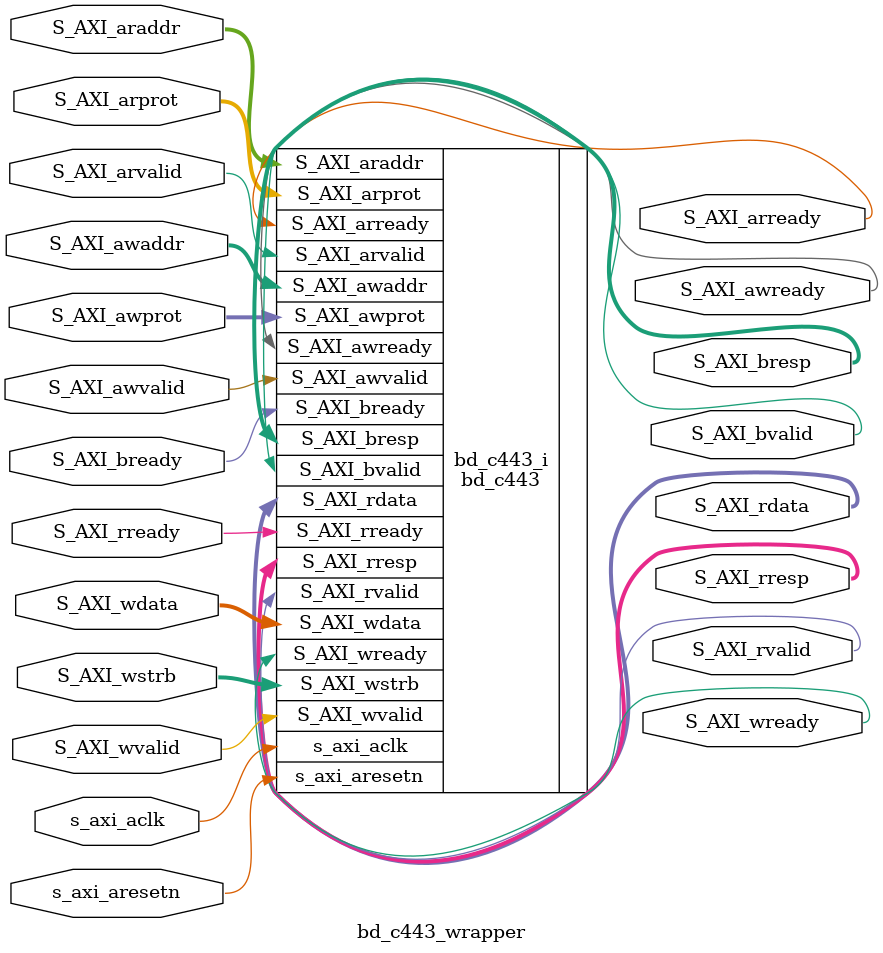
<source format=v>
`timescale 1 ps / 1 ps

module bd_c443_wrapper
   (S_AXI_araddr,
    S_AXI_arprot,
    S_AXI_arready,
    S_AXI_arvalid,
    S_AXI_awaddr,
    S_AXI_awprot,
    S_AXI_awready,
    S_AXI_awvalid,
    S_AXI_bready,
    S_AXI_bresp,
    S_AXI_bvalid,
    S_AXI_rdata,
    S_AXI_rready,
    S_AXI_rresp,
    S_AXI_rvalid,
    S_AXI_wdata,
    S_AXI_wready,
    S_AXI_wstrb,
    S_AXI_wvalid,
    s_axi_aclk,
    s_axi_aresetn);
  input [4:0]S_AXI_araddr;
  input [2:0]S_AXI_arprot;
  output S_AXI_arready;
  input S_AXI_arvalid;
  input [4:0]S_AXI_awaddr;
  input [2:0]S_AXI_awprot;
  output S_AXI_awready;
  input S_AXI_awvalid;
  input S_AXI_bready;
  output [1:0]S_AXI_bresp;
  output S_AXI_bvalid;
  output [31:0]S_AXI_rdata;
  input S_AXI_rready;
  output [1:0]S_AXI_rresp;
  output S_AXI_rvalid;
  input [31:0]S_AXI_wdata;
  output S_AXI_wready;
  input [3:0]S_AXI_wstrb;
  input S_AXI_wvalid;
  input s_axi_aclk;
  input s_axi_aresetn;

  wire [4:0]S_AXI_araddr;
  wire [2:0]S_AXI_arprot;
  wire S_AXI_arready;
  wire S_AXI_arvalid;
  wire [4:0]S_AXI_awaddr;
  wire [2:0]S_AXI_awprot;
  wire S_AXI_awready;
  wire S_AXI_awvalid;
  wire S_AXI_bready;
  wire [1:0]S_AXI_bresp;
  wire S_AXI_bvalid;
  wire [31:0]S_AXI_rdata;
  wire S_AXI_rready;
  wire [1:0]S_AXI_rresp;
  wire S_AXI_rvalid;
  wire [31:0]S_AXI_wdata;
  wire S_AXI_wready;
  wire [3:0]S_AXI_wstrb;
  wire S_AXI_wvalid;
  wire s_axi_aclk;
  wire s_axi_aresetn;

  bd_c443 bd_c443_i
       (.S_AXI_araddr(S_AXI_araddr),
        .S_AXI_arprot(S_AXI_arprot),
        .S_AXI_arready(S_AXI_arready),
        .S_AXI_arvalid(S_AXI_arvalid),
        .S_AXI_awaddr(S_AXI_awaddr),
        .S_AXI_awprot(S_AXI_awprot),
        .S_AXI_awready(S_AXI_awready),
        .S_AXI_awvalid(S_AXI_awvalid),
        .S_AXI_bready(S_AXI_bready),
        .S_AXI_bresp(S_AXI_bresp),
        .S_AXI_bvalid(S_AXI_bvalid),
        .S_AXI_rdata(S_AXI_rdata),
        .S_AXI_rready(S_AXI_rready),
        .S_AXI_rresp(S_AXI_rresp),
        .S_AXI_rvalid(S_AXI_rvalid),
        .S_AXI_wdata(S_AXI_wdata),
        .S_AXI_wready(S_AXI_wready),
        .S_AXI_wstrb(S_AXI_wstrb),
        .S_AXI_wvalid(S_AXI_wvalid),
        .s_axi_aclk(s_axi_aclk),
        .s_axi_aresetn(s_axi_aresetn));
endmodule

</source>
